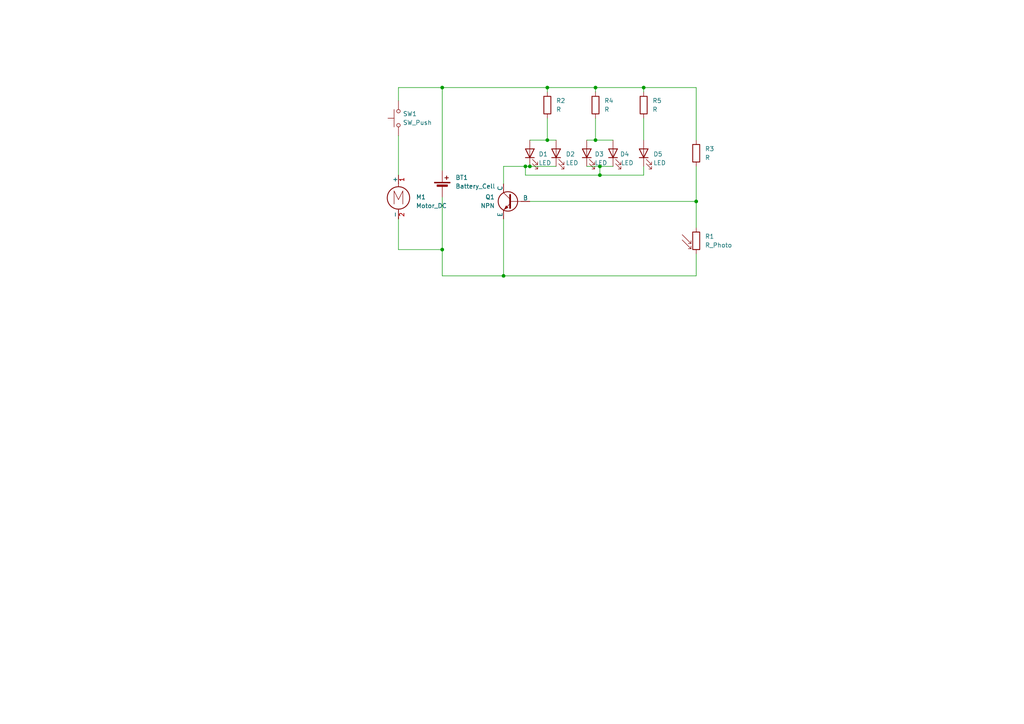
<source format=kicad_sch>
(kicad_sch (version 20250114) (generator "eeschema") (generator_version "9.0")
  (paper "A4")
  (lib_symbols
    (symbol "Device:Battery_Cell" (pin_numbers (hide yes)) (pin_names (offset 0) (hide yes))
      (property "Reference" "BT" (at 2.54 2.54 0))
      (property "Value" "Battery_Cell" (at 2.54 0 0))
      (symbol "Battery_Cell_0_1"
        (rectangle (start -2.286 1.778) (end 2.286 1.524) (fill (type outline)))
        (rectangle (start -1.524 1.016) (end 1.524 0.508) (fill (type outline)))
        (polyline (pts (xy 0 1.778) (xy 0 2.54)))
        (polyline (pts (xy 0 0.762) (xy 0 0)))
        (polyline (pts (xy 0.762 3.048) (xy 1.778 3.048)) (stroke (width 0.254)))
        (polyline (pts (xy 1.27 3.556) (xy 1.27 2.54)) (stroke (width 0.254)))
      )
      (symbol "Battery_Cell_1_1"
        (pin passive line (at 0 5.08 270) (length 2.54) (name "+") (number "1"))
        (pin passive line (at 0 -2.54 90) (length 2.54) (name "-") (number "2"))
      )
    )
    (symbol "Device:LED" (pin_numbers (hide yes)) (pin_names (offset 1.016) (hide yes))
      (property "Reference" "D" (at 0 2.54 0))
      (property "Value" "LED" (at 0 -2.54 0))
      (symbol "LED_0_1"
        (polyline (pts (xy -3.048 -0.762) (xy -4.572 -2.286) (xy -3.81 -2.286) (xy -4.572 -2.286) (xy -4.572 -1.524)))
        (polyline (pts (xy -1.778 -0.762) (xy -3.302 -2.286) (xy -2.54 -2.286) (xy -3.302 -2.286) (xy -3.302 -1.524)))
        (polyline (pts (xy -1.27 0) (xy 1.27 0)))
        (polyline (pts (xy -1.27 -1.27) (xy -1.27 1.27)) (stroke (width 0.254)))
        (polyline (pts (xy 1.27 -1.27) (xy 1.27 1.27) (xy -1.27 0) (xy 1.27 -1.27)) (stroke (width 0.254)))
      )
      (symbol "LED_1_1"
        (pin passive line (at -3.81 0 0) (length 2.54) (name "K") (number "1"))
        (pin passive line (at 3.81 0 180) (length 2.54) (name "A") (number "2"))
      )
    )
    (symbol "Device:R" (pin_numbers (hide yes)) (pin_names (offset 0))
      (property "Reference" "R" (at 2.032 0 90))
      (property "Value" "R" (at 0 0 90))
      (symbol "R_0_1"
        (rectangle (start -1.016 -2.54) (end 1.016 2.54) (stroke (width 0.254)))
      )
      (symbol "R_1_1"
        (pin passive line (at 0 3.81 270) (length 1.27) (name "~") (number "1"))
        (pin passive line (at 0 -3.81 90) (length 1.27) (name "~") (number "2"))
      )
    )
    (symbol "Device:R_Photo" (pin_numbers (hide yes)) (pin_names (offset 0))
      (property "Reference" "R" (at 1.27 1.27 0))
      (property "Value" "R_Photo" (at 1.27 0 0))
      (symbol "R_Photo_0_1"
        (polyline (pts (xy -1.524 -0.762) (xy -4.064 1.778)))
        (polyline (pts (xy -1.524 -0.762) (xy -2.286 -0.762)))
        (polyline (pts (xy -1.524 -0.762) (xy -1.524 0)))
        (polyline (pts (xy -1.524 -2.286) (xy -4.064 0.254)))
        (polyline (pts (xy -1.524 -2.286) (xy -2.286 -2.286)))
        (polyline (pts (xy -1.524 -2.286) (xy -1.524 -1.524)))
        (rectangle (start -1.016 2.54) (end 1.016 -2.54) (stroke (width 0.254)))
      )
      (symbol "R_Photo_1_1"
        (pin passive line (at 0 3.81 270) (length 1.27) (name "~") (number "1"))
        (pin passive line (at 0 -3.81 90) (length 1.27) (name "~") (number "2"))
      )
    )
    (symbol "Motor:Motor_DC" (pin_names (offset 0))
      (property "Reference" "M" (at 2.54 2.54 0))
      (property "Value" "Motor_DC" (at 2.54 -5.08 0))
      (symbol "Motor_DC_0_0"
        (polyline (pts (xy -1.27 -3.302) (xy -1.27 0.508) (xy 0 -2.032) (xy 1.27 0.508) (xy 1.27 -3.302)))
      )
      (symbol "Motor_DC_0_1"
        (polyline (pts (xy 0 2.032) (xy 0 2.54)))
        (polyline (pts (xy 0 1.7272) (xy 0 2.0828)))
        (circle (center 0 -1.524) (radius 3.2512) (stroke (width 0.254)))
        (polyline (pts (xy 0 -4.7752) (xy 0 -5.1816)))
        (polyline (pts (xy 0 -7.62) (xy 0 -7.112)))
      )
      (symbol "Motor_DC_1_1"
        (pin passive line (at 0 5.08 270) (length 2.54) (name "+") (number "1"))
        (pin passive line (at 0 -7.62 90) (length 2.54) (name "-") (number "2"))
      )
    )
    (symbol "Simulation_SPICE:NPN" (pin_numbers (hide yes)) (pin_names (offset 0))
      (property "Reference" "Q" (at -2.54 7.62 0))
      (property "Value" "NPN" (at -2.54 5.08 0))
      (symbol "NPN_0_1"
        (polyline (pts (xy -2.54 0) (xy 0.635 0)) (stroke (width 0.1524)))
        (polyline (pts (xy 0.635 1.905) (xy 0.635 -1.905) (xy 0.635 -1.905)) (stroke (width 0.508)))
        (polyline (pts (xy 0.635 0.635) (xy 2.54 2.54)))
        (polyline (pts (xy 0.635 -0.635) (xy 2.54 -2.54) (xy 2.54 -2.54)))
        (circle (center 1.27 0) (radius 2.8194) (stroke (width 0.254)))
        (polyline (pts (xy 1.27 -1.778) (xy 1.778 -1.27) (xy 2.286 -2.286) (xy 1.27 -1.778) (xy 1.27 -1.778)) (fill (type outline)))
        (polyline (pts (xy 2.794 -1.27) (xy 2.794 -1.27)) (stroke (width 0.1524)))
        (polyline (pts (xy 2.794 -1.27) (xy 2.794 -1.27)) (stroke (width 0.1524)))
      )
      (symbol "NPN_1_1"
        (pin input line (at -5.08 0 0) (length 2.54) (name "B") (number "2"))
        (pin open_collector line (at 2.54 5.08 270) (length 2.54) (name "C") (number "1"))
        (pin open_emitter line (at 2.54 -5.08 90) (length 2.54) (name "E") (number "3"))
      )
    )
    (symbol "Switch:SW_Push" (pin_numbers (hide yes)) (pin_names (offset 1.016) (hide yes))
      (property "Reference" "SW" (at 1.27 2.54 0))
      (property "Value" "SW_Push" (at 0 -1.524 0))
      (symbol "SW_Push_0_1"
        (circle (center -2.032 0) (radius 0.508))
        (polyline (pts (xy 0 1.27) (xy 0 3.048)))
        (circle (center 2.032 0) (radius 0.508))
        (polyline (pts (xy 2.54 1.27) (xy -2.54 1.27)))
        (pin passive line (at -5.08 0 0) (length 2.54) (name "1") (number "1"))
        (pin passive line (at 5.08 0 180) (length 2.54) (name "2") (number "2"))
      )
    )
  )
  (junction (at 173.99 50.8))
  (junction (at 152.4 48.26))
  (junction (at 201.93 58.42))
  (junction (at 153.67 48.26))
  (junction (at 173.99 48.26))
  (junction (at 158.75 40.64))
  (junction (at 172.72 25.4))
  (junction (at 172.72 40.64))
  (junction (at 128.27 25.4))
  (junction (at 146.05 80.01))
  (junction (at 128.27 72.39))
  (junction (at 158.75 25.4))
  (junction (at 186.69 25.4))
  (wire (pts (xy 158.75 25.4) (xy 158.75 26.67)))
  (wire (pts (xy 170.18 48.26) (xy 173.99 48.26)))
  (wire (pts (xy 173.99 48.26) (xy 177.8 48.26)))
  (wire (pts (xy 172.72 34.29) (xy 172.72 40.64)))
  (wire (pts (xy 115.57 25.4) (xy 128.27 25.4)))
  (wire (pts (xy 115.57 29.21) (xy 115.57 25.4)))
  (wire (pts (xy 128.27 72.39) (xy 115.57 72.39)))
  (wire (pts (xy 146.05 48.26) (xy 152.4 48.26)))
  (wire (pts (xy 172.72 25.4) (xy 186.69 25.4)))
  (wire (pts (xy 152.4 50.8) (xy 152.4 48.26)))
  (wire (pts (xy 115.57 63.5) (xy 115.57 72.39)))
  (wire (pts (xy 201.93 80.01) (xy 146.05 80.01)))
  (wire (pts (xy 172.72 25.4) (xy 172.72 26.67)))
  (wire (pts (xy 161.29 40.64) (xy 158.75 40.64)))
  (wire (pts (xy 186.69 50.8) (xy 173.99 50.8)))
  (wire (pts (xy 152.4 48.26) (xy 153.67 48.26)))
  (wire (pts (xy 146.05 63.5) (xy 146.05 80.01)))
  (wire (pts (xy 186.69 34.29) (xy 186.69 40.64)))
  (wire (pts (xy 128.27 25.4) (xy 128.27 49.53)))
  (wire (pts (xy 186.69 25.4) (xy 201.93 25.4)))
  (wire (pts (xy 158.75 25.4) (xy 128.27 25.4)))
  (wire (pts (xy 186.69 48.26) (xy 186.69 50.8)))
  (wire (pts (xy 153.67 48.26) (xy 161.29 48.26)))
  (wire (pts (xy 146.05 48.26) (xy 146.05 53.34)))
  (wire (pts (xy 115.57 39.37) (xy 115.57 50.8)))
  (wire (pts (xy 153.67 58.42) (xy 201.93 58.42)))
  (wire (pts (xy 128.27 57.15) (xy 128.27 72.39)))
  (wire (pts (xy 158.75 34.29) (xy 158.75 40.64)))
  (wire (pts (xy 201.93 48.26) (xy 201.93 58.42)))
  (wire (pts (xy 173.99 50.8) (xy 152.4 50.8)))
  (wire (pts (xy 158.75 40.64) (xy 153.67 40.64)))
  (wire (pts (xy 173.99 48.26) (xy 173.99 50.8)))
  (wire (pts (xy 146.05 80.01) (xy 128.27 80.01)))
  (wire (pts (xy 201.93 40.64) (xy 201.93 25.4)))
  (wire (pts (xy 201.93 73.66) (xy 201.93 80.01)))
  (wire (pts (xy 186.69 25.4) (xy 186.69 26.67)))
  (wire (pts (xy 158.75 25.4) (xy 172.72 25.4)))
  (wire (pts (xy 201.93 58.42) (xy 201.93 66.04)))
  (wire (pts (xy 172.72 40.64) (xy 177.8 40.64)))
  (wire (pts (xy 128.27 72.39) (xy 128.27 80.01)))
  (wire (pts (xy 170.18 40.64) (xy 172.72 40.64)))
  (symbol (lib_id "Device:LED") (at 161.29 44.45 90) (unit 1)
    (property "Reference" "D2" (at 164.084 44.704 90) (effects (justify right)))
    (property "Value" "LED" (at 164.084 47.244 90) (effects (justify right)))
    (property "Footprint" "LED_THT:LED_D5.0mm" (effects (hide yes)))
    (property "Description" "Light emitting diode" (effects (hide yes)))
    (property "Sim.Pins" "1=K 2=A" (effects (hide yes)))
  )
  (symbol (lib_id "Motor:Motor_DC") (at 115.57 55.88 0) (unit 1)
    (property "Reference" "M1" (at 120.65 57.1499 0) (effects (justify left)))
    (property "Value" "Motor_DC" (at 120.65 59.6899 0) (effects (justify left)))
    (property "Footprint" "Connector_PinHeader_2.54mm:PinHeader_1x02_P2.54mm_Vertical" (effects (hide yes)))
    (property "Description" "DC Motor" (effects (hide yes)))
  )
  (symbol (lib_id "Device:LED") (at 186.69 44.45 90) (unit 1)
    (property "Reference" "D5" (at 189.484 44.704 90) (effects (justify right)))
    (property "Value" "LED" (at 189.484 47.244 90) (effects (justify right)))
    (property "Footprint" "LED_THT:LED_D5.0mm" (effects (hide yes)))
    (property "Description" "Light emitting diode" (effects (hide yes)))
    (property "Sim.Pins" "1=K 2=A" (effects (hide yes)))
  )
  (symbol (lib_id "Device:R") (at 186.69 30.48 0) (unit 1)
    (property "Reference" "R5" (at 189.23 29.2099 0) (effects (justify left)))
    (property "Value" "R" (at 189.23 31.7499 0) (effects (justify left)))
    (property "Footprint" "Resistor_THT:R_Axial_DIN0207_L6.3mm_D2.5mm_P7.62mm_Horizontal" (effects (hide yes)))
    (property "Description" "Resistor" (effects (hide yes)))
  )
  (symbol (lib_id "Device:LED") (at 153.67 44.45 90) (unit 1)
    (property "Reference" "D1" (at 156.21 44.704 90) (effects (justify right)))
    (property "Value" "LED" (at 156.21 47.244 90) (effects (justify right)))
    (property "Footprint" "LED_THT:LED_D5.0mm" (effects (hide yes)))
    (property "Description" "Light emitting diode" (effects (hide yes)))
    (property "Sim.Pins" "1=K 2=A" (effects (hide yes)))
  )
  (symbol (lib_id "Simulation_SPICE:NPN") (at 148.59 58.42 0) (mirror y) (unit 1)
    (property "Reference" "Q1" (at 143.51 57.1499 0) (effects (justify left)))
    (property "Value" "NPN" (at 143.51 59.6899 0) (effects (justify left)))
    (property "Footprint" "Package_TO_SOT_THT:TO-92L_HandSolder" (effects (hide yes)))
    (property "Datasheet" "https://ngspice.sourceforge.io/docs/ngspice-html-manual/manual.xhtml#cha_BJTs" (effects (hide yes)))
    (property "Description" "Bipolar transistor symbol for simulation only, substrate tied to the emitter" (effects (hide yes)))
    (property "Sim.Device" "NPN" (effects (hide yes)))
    (property "Sim.Type" "GUMMELPOON" (effects (hide yes)))
    (property "Sim.Pins" "1=C 2=B 3=E" (effects (hide yes)))
  )
  (symbol (lib_id "Switch:SW_Push") (at 115.57 34.29 90) (unit 1)
    (property "Reference" "SW1" (at 116.84 33.0199 90) (effects (justify right)))
    (property "Value" "SW_Push" (at 116.84 35.5599 90) (effects (justify right)))
    (property "Footprint" "Button_Switch_THT:SW_PUSH_6mm" (effects (hide yes)))
    (property "Description" "Push button switch, generic, two pins" (effects (hide yes)))
  )
  (symbol (lib_id "Device:LED") (at 170.18 44.45 90) (unit 1)
    (property "Reference" "D3" (at 172.466 44.704 90) (effects (justify right)))
    (property "Value" "LED" (at 172.466 47.244 90) (effects (justify right)))
    (property "Footprint" "LED_THT:LED_D5.0mm" (effects (hide yes)))
    (property "Description" "Light emitting diode" (effects (hide yes)))
    (property "Sim.Pins" "1=K 2=A" (effects (hide yes)))
  )
  (symbol (lib_id "Device:R") (at 158.75 30.48 0) (unit 1)
    (property "Reference" "R2" (at 161.29 29.2099 0) (effects (justify left)))
    (property "Value" "R" (at 161.29 31.7499 0) (effects (justify left)))
    (property "Footprint" "Resistor_THT:R_Axial_DIN0207_L6.3mm_D2.5mm_P7.62mm_Horizontal" (effects (hide yes)))
    (property "Description" "Resistor" (effects (hide yes)))
  )
  (symbol (lib_id "Device:LED") (at 177.8 44.45 90) (unit 1)
    (property "Reference" "D4" (at 179.832 44.704 90) (effects (justify right)))
    (property "Value" "LED" (at 180.086 47.244 90) (effects (justify right)))
    (property "Footprint" "LED_THT:LED_D5.0mm" (effects (hide yes)))
    (property "Description" "Light emitting diode" (effects (hide yes)))
    (property "Sim.Pins" "1=K 2=A" (effects (hide yes)))
  )
  (symbol (lib_id "Device:R") (at 172.72 30.48 0) (unit 1)
    (property "Reference" "R4" (at 175.26 29.2099 0) (effects (justify left)))
    (property "Value" "R" (at 175.26 31.7499 0) (effects (justify left)))
    (property "Footprint" "Resistor_THT:R_Axial_DIN0207_L6.3mm_D2.5mm_P7.62mm_Horizontal" (effects (hide yes)))
    (property "Description" "Resistor" (effects (hide yes)))
  )
  (symbol (lib_id "Device:R_Photo") (at 201.93 69.85 0) (unit 1)
    (property "Reference" "R1" (at 204.47 68.5799 0) (effects (justify left)))
    (property "Value" "R_Photo" (at 204.47 71.1199 0) (effects (justify left)))
    (property "Footprint" "OptoDevice:R_LDR_5.1x4.3mm_P3.4mm_Vertical" (effects (hide yes)))
    (property "Description" "Photoresistor" (effects (hide yes)))
  )
  (symbol (lib_id "Device:R") (at 201.93 44.45 0) (unit 1)
    (property "Reference" "R3" (at 204.47 43.1799 0) (effects (justify left)))
    (property "Value" "R" (at 204.47 45.7199 0) (effects (justify left)))
    (property "Footprint" "Resistor_THT:R_Axial_DIN0207_L6.3mm_D2.5mm_P7.62mm_Horizontal" (effects (hide yes)))
    (property "Description" "Resistor" (effects (hide yes)))
  )
  (symbol (lib_id "Device:Battery_Cell") (at 128.27 54.61 0) (unit 1)
    (property "Reference" "BT1" (at 132.08 51.4984 0) (effects (justify left)))
    (property "Value" "Battery_Cell" (at 132.08 54.0384 0) (effects (justify left)))
    (property "Footprint" "Battery:BatteryHolder_Keystone_3034_1x20mm" (effects (hide yes)))
    (property "Description" "Single-cell battery" (effects (hide yes)))
  )
)
</source>
